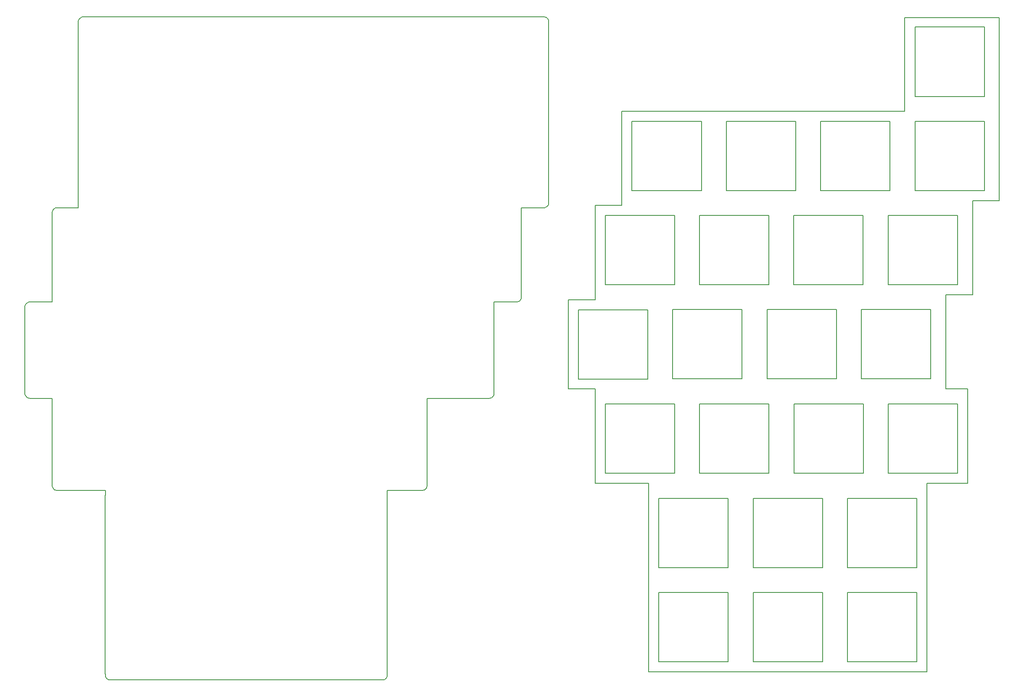
<source format=gbr>
G04 #@! TF.GenerationSoftware,KiCad,Pcbnew,5.1.2*
G04 #@! TF.CreationDate,2019-08-11T12:44:57+09:00*
G04 #@! TF.ProjectId,xenon-e_plate,78656e6f-6e2d-4655-9f70-6c6174652e6b,rev?*
G04 #@! TF.SameCoordinates,Original*
G04 #@! TF.FileFunction,Profile,NP*
%FSLAX46Y46*%
G04 Gerber Fmt 4.6, Leading zero omitted, Abs format (unit mm)*
G04 Created by KiCad (PCBNEW 5.1.2) date 2019-08-11 12:44:57*
%MOMM*%
%LPD*%
G04 APERTURE LIST*
%ADD10C,0.200000*%
G04 APERTURE END LIST*
D10*
X161864581Y-79774874D02*
X162048969Y-79758052D01*
X162048969Y-79758052D02*
X162206573Y-79715304D01*
X162206573Y-79715304D02*
X162345299Y-79652729D01*
X162345299Y-79652729D02*
X162467807Y-79573576D01*
X162467807Y-79573576D02*
X162574805Y-79480131D01*
X162574805Y-79480131D02*
X162668615Y-79370951D01*
X162668615Y-79370951D02*
X162747399Y-79246345D01*
X162747399Y-79246345D02*
X162808541Y-79106828D01*
X162808541Y-79106828D02*
X162849831Y-78947376D01*
X162849831Y-78947376D02*
X162864519Y-78774935D01*
X143864128Y-99197977D02*
X156364143Y-99197977D01*
X167364504Y-22275024D02*
X74682817Y-22275024D01*
X168364442Y-23775190D02*
X168364442Y-23274964D01*
X68364340Y-116775200D02*
X68381189Y-116959779D01*
X68381189Y-116959779D02*
X68423967Y-117117370D01*
X68423967Y-117117370D02*
X68487020Y-117256910D01*
X68487020Y-117256910D02*
X68566306Y-117379322D01*
X68566306Y-117379322D02*
X68660273Y-117486611D01*
X68660273Y-117486611D02*
X68769159Y-117579903D01*
X68769159Y-117579903D02*
X68894194Y-117658726D01*
X68894194Y-117658726D02*
X69033461Y-117719537D01*
X69033461Y-117719537D02*
X69193762Y-117760780D01*
X69193762Y-117760780D02*
X69364280Y-117775140D01*
X68364340Y-79774874D02*
X63864357Y-79774874D01*
X62864417Y-98198039D02*
X62881266Y-98382618D01*
X62881266Y-98382618D02*
X62924044Y-98540210D01*
X62924044Y-98540210D02*
X62987097Y-98679750D01*
X62987097Y-98679750D02*
X63066383Y-98802162D01*
X63066383Y-98802162D02*
X63160350Y-98909451D01*
X63160350Y-98909451D02*
X63269236Y-99002743D01*
X63269236Y-99002743D02*
X63394271Y-99081567D01*
X63394271Y-99081567D02*
X63533538Y-99142377D01*
X63533538Y-99142377D02*
X63693839Y-99183620D01*
X63693839Y-99183620D02*
X63864357Y-99197977D01*
X157364596Y-80774812D02*
X157364596Y-79774874D01*
X79064460Y-117775140D02*
X79064460Y-118734770D01*
X142864191Y-117775140D02*
X143048579Y-117758318D01*
X143048579Y-117758318D02*
X143206183Y-117715570D01*
X143206183Y-117715570D02*
X143344909Y-117652995D01*
X143344909Y-117652995D02*
X143467417Y-117573842D01*
X143467417Y-117573842D02*
X143574415Y-117480397D01*
X143574415Y-117480397D02*
X143668225Y-117371217D01*
X143668225Y-117371217D02*
X143747008Y-117246611D01*
X143747008Y-117246611D02*
X143808150Y-117107093D01*
X143808150Y-117107093D02*
X143849440Y-116947641D01*
X143849440Y-116947641D02*
X143864128Y-116775200D01*
X80061328Y-155982635D02*
X134865736Y-155982635D01*
X68364340Y-61774939D02*
X68364340Y-77274768D01*
X157364596Y-98198039D02*
X157364596Y-80774812D01*
X63864357Y-79774874D02*
X63679961Y-79791688D01*
X63679961Y-79791688D02*
X63522356Y-79834437D01*
X63522356Y-79834437D02*
X63383630Y-79897013D01*
X63383630Y-79897013D02*
X63261121Y-79976165D01*
X63261121Y-79976165D02*
X63149784Y-80074011D01*
X63149784Y-80074011D02*
X63057638Y-80182415D01*
X63057638Y-80182415D02*
X62980110Y-80306068D01*
X62980110Y-80306068D02*
X62919442Y-80445625D01*
X62919442Y-80445625D02*
X62878600Y-80605262D01*
X62878600Y-80605262D02*
X62864417Y-80774812D01*
X73625000Y-23287883D02*
X73625000Y-60775000D01*
X168364442Y-59775060D02*
X168364442Y-35274749D01*
X156364143Y-99197977D02*
X156548549Y-99181155D01*
X156548549Y-99181155D02*
X156706198Y-99138407D01*
X156706198Y-99138407D02*
X156844983Y-99075832D01*
X156844983Y-99075832D02*
X156967559Y-98996679D01*
X156967559Y-98996679D02*
X157074631Y-98903234D01*
X157074631Y-98903234D02*
X157168513Y-98794055D01*
X157168513Y-98794055D02*
X157246651Y-98670783D01*
X157246651Y-98670783D02*
X157308308Y-98530656D01*
X157308308Y-98530656D02*
X157349692Y-98371638D01*
X157349692Y-98371638D02*
X157364596Y-98198039D01*
X74682817Y-22275024D02*
X74499591Y-22293887D01*
X74499591Y-22293887D02*
X74446656Y-22305514D01*
X74446656Y-22305514D02*
X74286561Y-22348101D01*
X74286561Y-22348101D02*
X74148040Y-22409808D01*
X74148040Y-22409808D02*
X74025426Y-22488068D01*
X74025426Y-22488068D02*
X73916664Y-22582108D01*
X73916664Y-22582108D02*
X73823343Y-22689681D01*
X73823343Y-22689681D02*
X73744754Y-22812346D01*
X73744754Y-22812346D02*
X73682219Y-22952931D01*
X73682219Y-22952931D02*
X73640339Y-23111873D01*
X73640339Y-23111873D02*
X73625000Y-23287883D01*
X69364280Y-60775000D02*
X69179884Y-60791814D01*
X69179884Y-60791814D02*
X69022279Y-60834562D01*
X69022279Y-60834562D02*
X68883553Y-60897136D01*
X68883553Y-60897136D02*
X68761044Y-60976288D01*
X68761044Y-60976288D02*
X68649707Y-61074133D01*
X68649707Y-61074133D02*
X68557561Y-61182537D01*
X68557561Y-61182537D02*
X68480033Y-61306190D01*
X68480033Y-61306190D02*
X68419365Y-61445748D01*
X68419365Y-61445748D02*
X68378523Y-61605387D01*
X68378523Y-61605387D02*
X68364340Y-61774939D01*
X162864519Y-78774935D02*
X162864519Y-72275072D01*
X167364504Y-60775000D02*
X167548892Y-60758178D01*
X167548892Y-60758178D02*
X167706496Y-60715430D01*
X167706496Y-60715430D02*
X167845222Y-60652855D01*
X167845222Y-60652855D02*
X167967730Y-60573702D01*
X167967730Y-60573702D02*
X168074728Y-60480257D01*
X168074728Y-60480257D02*
X168168538Y-60371077D01*
X168168538Y-60371077D02*
X168247322Y-60246471D01*
X168247322Y-60246471D02*
X168308464Y-60106953D01*
X168308464Y-60106953D02*
X168349754Y-59947501D01*
X168349754Y-59947501D02*
X168364442Y-59775060D01*
X134865736Y-155982635D02*
X135050128Y-155965813D01*
X135050128Y-155965813D02*
X135207735Y-155923065D01*
X135207735Y-155923065D02*
X135346463Y-155860490D01*
X135346463Y-155860490D02*
X135468971Y-155781337D01*
X135468971Y-155781337D02*
X135575968Y-155687892D01*
X135575968Y-155687892D02*
X135669778Y-155578713D01*
X135669778Y-155578713D02*
X135748559Y-155454107D01*
X135748559Y-155454107D02*
X135809699Y-155314590D01*
X135809699Y-155314590D02*
X135850988Y-155155138D01*
X135850988Y-155155138D02*
X135865676Y-154982697D01*
X68364340Y-100274915D02*
X68364340Y-116775200D01*
X79061391Y-154982697D02*
X79078239Y-155167276D01*
X79078239Y-155167276D02*
X79121015Y-155324868D01*
X79121015Y-155324868D02*
X79184068Y-155464408D01*
X79184068Y-155464408D02*
X79263351Y-155586820D01*
X79263351Y-155586820D02*
X79357316Y-155694109D01*
X79357316Y-155694109D02*
X79466200Y-155787401D01*
X79466200Y-155787401D02*
X79591235Y-155866225D01*
X79591235Y-155866225D02*
X79730502Y-155927035D01*
X79730502Y-155927035D02*
X79890805Y-155968278D01*
X79890805Y-155968278D02*
X80061328Y-155982635D01*
X79060333Y-118775077D02*
X79060333Y-154774947D01*
X79060333Y-154774947D02*
X79061391Y-154785292D01*
X168364442Y-23274964D02*
X168347406Y-23089414D01*
X168347406Y-23089414D02*
X168304546Y-22932063D01*
X168304546Y-22932063D02*
X168240750Y-22791422D01*
X168240750Y-22791422D02*
X168161332Y-22669336D01*
X168161332Y-22669336D02*
X168067439Y-22562492D01*
X168067439Y-22562492D02*
X167958105Y-22469134D01*
X167958105Y-22469134D02*
X167833244Y-22390717D01*
X167833244Y-22390717D02*
X167689878Y-22328740D01*
X167689878Y-22328740D02*
X167527662Y-22288148D01*
X167527662Y-22288148D02*
X167364504Y-22275024D01*
X135864618Y-117775140D02*
X142864191Y-117775140D01*
X135865676Y-143773561D02*
X135864618Y-143763216D01*
X79061391Y-154785292D02*
X79061391Y-154982697D01*
X135864618Y-118775077D02*
X135864618Y-117775140D01*
X143864128Y-99775202D02*
X143864128Y-99197977D01*
X63864357Y-99197977D02*
X68364340Y-99197977D01*
X162864519Y-60775000D02*
X167364504Y-60775000D01*
X69364280Y-117775140D02*
X79064460Y-117775140D01*
X135864618Y-143763216D02*
X135864618Y-118775077D01*
X79064460Y-118734770D02*
X79060333Y-118775077D01*
X157364596Y-79774874D02*
X161864581Y-79774874D01*
X168364442Y-35274749D02*
X168364442Y-23775190D01*
X62864417Y-80774812D02*
X62864417Y-98198039D01*
X68364340Y-78774935D02*
X68364340Y-79774874D01*
X162864519Y-72275072D02*
X162864519Y-61774939D01*
X143864128Y-116775200D02*
X143864128Y-99775202D01*
X68364340Y-99197977D02*
X68364340Y-100274915D01*
X68364340Y-77274768D02*
X68364340Y-78774935D01*
X162864519Y-61774939D02*
X162864519Y-60775000D01*
X135865676Y-154982697D02*
X135865676Y-143773561D01*
X73625000Y-60775000D02*
X69364280Y-60775000D01*
X236779984Y-100294010D02*
X236779984Y-100294010D01*
X252782108Y-97247167D02*
X248380828Y-97247167D01*
X193347495Y-95215251D02*
X193347495Y-81245045D01*
X236779984Y-100294010D02*
X250750709Y-100294010D01*
X198765767Y-100295045D02*
X212736492Y-100295045D01*
X242539323Y-133314217D02*
X228568601Y-133314217D01*
X188521431Y-154360477D02*
X244570206Y-154360477D01*
X248380828Y-97247167D02*
X248377727Y-78323775D01*
X185134042Y-43315058D02*
X185134042Y-43315058D01*
X253799100Y-78280883D02*
X253775846Y-59348189D01*
X231784942Y-100295045D02*
X231784942Y-114265251D01*
X223148775Y-57283717D02*
X223148775Y-43315058D01*
X223148775Y-43315058D02*
X223148775Y-43315058D01*
X185134042Y-43315058D02*
X199188997Y-43315058D01*
X209602315Y-133314217D02*
X209602315Y-119344010D01*
X209602315Y-119344010D02*
X223573040Y-119344010D01*
X179800000Y-100295045D02*
X193770206Y-100295045D01*
X240023715Y-22437264D02*
X240023715Y-22437264D01*
X236780503Y-76250000D02*
X236780503Y-62279278D01*
X209602315Y-152279984D02*
X209602315Y-138309778D01*
X231784942Y-114265251D02*
X217814217Y-114265251D01*
X242198775Y-24265058D02*
X242198775Y-24265058D01*
X217814217Y-114265251D02*
X217814217Y-100295045D01*
X242198775Y-43315058D02*
X256169500Y-43315058D01*
X217814217Y-100295045D02*
X217814217Y-100295045D01*
X212734942Y-76250000D02*
X198764217Y-76250000D01*
X212736492Y-114265251D02*
X198765767Y-114265251D01*
X190552315Y-138309778D02*
X204523039Y-138309778D01*
X231361711Y-81245045D02*
X245332434Y-81245045D01*
X250750709Y-100294010D02*
X250750709Y-114264217D01*
X193347495Y-81245045D02*
X193347495Y-81245045D01*
X185134042Y-57283717D02*
X185134042Y-43315058D01*
X228568601Y-119344010D02*
X228568601Y-119344010D01*
X231701225Y-76250000D02*
X217730503Y-76250000D01*
X228567050Y-138309778D02*
X228567050Y-138309778D01*
X177768601Y-79298392D02*
X172296065Y-79298392D01*
X183101608Y-60248392D02*
X177768601Y-60248392D01*
X177768601Y-60248392D02*
X177768601Y-79298392D01*
X183101608Y-41282108D02*
X183101608Y-60248392D01*
X198764217Y-62279278D02*
X198764217Y-62279278D01*
X193347495Y-81245045D02*
X207318217Y-81245045D01*
X198765767Y-114265251D02*
X198765767Y-100295045D01*
X244570206Y-116297167D02*
X252782108Y-116297167D01*
X198764217Y-62279278D02*
X212734942Y-62279278D01*
X223573040Y-119344010D02*
X223573040Y-133314217D01*
X199188997Y-43315058D02*
X199188997Y-57283717D01*
X177768601Y-116297167D02*
X188521431Y-116297167D01*
X198765767Y-100295045D02*
X198765767Y-100295045D01*
X190552315Y-138309778D02*
X190552315Y-138309778D01*
X240023715Y-41282108D02*
X183101608Y-41282108D01*
X240023715Y-22437264D02*
X240023715Y-41282108D01*
X174381209Y-81329278D02*
X174381209Y-81329278D01*
X248377727Y-78323775D02*
X253799100Y-78280883D01*
X204523039Y-119344010D02*
X204523039Y-133314217D01*
X226368217Y-95215251D02*
X212397495Y-95215251D01*
X244570206Y-154360477D02*
X244570206Y-116297167D01*
X242198775Y-38319500D02*
X242198775Y-24265058D01*
X179800000Y-62279278D02*
X193770206Y-62279278D01*
X193770206Y-62279278D02*
X193770206Y-76250000D01*
X193770206Y-100295045D02*
X193770206Y-114265251D01*
X217730503Y-62279278D02*
X217730503Y-62279278D01*
X228567050Y-152279984D02*
X228567050Y-138309778D01*
X204184042Y-43315058D02*
X218154765Y-43315058D01*
X179800000Y-62279278D02*
X179800000Y-62279278D01*
X204184042Y-57283717D02*
X204184042Y-43315058D01*
X245332434Y-81245045D02*
X245332434Y-95215251D01*
X223148775Y-43315058D02*
X237119500Y-43315058D01*
X212734942Y-62279278D02*
X212734942Y-76250000D01*
X236779984Y-114264217D02*
X236779984Y-100294010D01*
X190552315Y-119344010D02*
X190552315Y-119344010D01*
X228568601Y-133314217D02*
X228568601Y-119344010D01*
X217730503Y-76250000D02*
X217730503Y-62279278D01*
X236780503Y-62279278D02*
X250751225Y-62279278D01*
X190552315Y-133314217D02*
X190552315Y-119344010D01*
X223573040Y-133314217D02*
X209602315Y-133314217D01*
X199188997Y-57283717D02*
X185134042Y-57283717D01*
X212397495Y-81245045D02*
X226368217Y-81245045D01*
X259132108Y-22437264D02*
X240023715Y-22437264D01*
X242539323Y-119344010D02*
X242539323Y-133314217D01*
X218154765Y-43315058D02*
X218154765Y-57283717D01*
X204523039Y-133314217D02*
X190552315Y-133314217D01*
X172296065Y-79298392D02*
X172296065Y-97247167D01*
X226368217Y-81245045D02*
X226368217Y-95215251D01*
X209602315Y-138309778D02*
X209602315Y-138309778D01*
X209602315Y-119344010D02*
X209602315Y-119344010D01*
X231361711Y-81245045D02*
X231361711Y-81245045D01*
X231361711Y-95215251D02*
X231361711Y-81245045D01*
X193770206Y-114265251D02*
X179800000Y-114265251D01*
X174381209Y-95300000D02*
X174381209Y-81329278D01*
X237119500Y-43315058D02*
X237119500Y-57283717D01*
X259132108Y-59316667D02*
X259132108Y-22437264D01*
X217814217Y-100295045D02*
X231784942Y-100295045D01*
X190552315Y-152279984D02*
X190552315Y-138309778D01*
X228567050Y-138309778D02*
X242537772Y-138309778D01*
X212397495Y-95215251D02*
X212397495Y-81245045D01*
X242198775Y-57283717D02*
X242198775Y-43315058D01*
X231701225Y-62279278D02*
X231701225Y-76250000D01*
X209602315Y-138309778D02*
X223573040Y-138309778D01*
X204523039Y-138309778D02*
X204523039Y-152279984D01*
X242537772Y-152279984D02*
X228567050Y-152279984D01*
X242537772Y-138309778D02*
X242537772Y-152279984D01*
X207318217Y-81245045D02*
X207318217Y-95215251D01*
X256169500Y-38319500D02*
X242198775Y-38319500D01*
X256169500Y-43315058D02*
X256169500Y-57283717D01*
X252782108Y-116297167D02*
X252782108Y-97247167D01*
X218154765Y-57283717D02*
X204184042Y-57283717D01*
X242198775Y-43315058D02*
X242198775Y-43315058D01*
X188351934Y-81329278D02*
X188351934Y-95300000D01*
X193770206Y-76250000D02*
X179800000Y-76250000D01*
X172296065Y-97247167D02*
X177768601Y-97247167D01*
X188351934Y-95300000D02*
X174381209Y-95300000D01*
X237119500Y-57283717D02*
X223148775Y-57283717D01*
X212736492Y-100295045D02*
X212736492Y-114265251D01*
X236780503Y-62279278D02*
X236780503Y-62279278D01*
X223573040Y-152279984D02*
X209602315Y-152279984D01*
X177768601Y-97247167D02*
X177768601Y-116297167D01*
X217730503Y-62279278D02*
X231701225Y-62279278D01*
X256169500Y-57283717D02*
X242198775Y-57283717D01*
X228568601Y-119344010D02*
X242539323Y-119344010D01*
X190552315Y-119344010D02*
X204523039Y-119344010D01*
X207318217Y-95215251D02*
X193347495Y-95215251D01*
X179800000Y-100295045D02*
X179800000Y-100295045D01*
X253775846Y-59348189D02*
X259132108Y-59316667D01*
X223573040Y-138309778D02*
X223573040Y-152279984D01*
X245332434Y-95215251D02*
X231361711Y-95215251D01*
X188521431Y-116297167D02*
X188521431Y-154360477D01*
X198764217Y-76250000D02*
X198764217Y-62279278D01*
X250751225Y-76250000D02*
X236780503Y-76250000D01*
X204523039Y-152279984D02*
X190552315Y-152279984D01*
X179800000Y-114265251D02*
X179800000Y-100295045D01*
X250751225Y-62279278D02*
X250751225Y-76250000D01*
X174381209Y-81329278D02*
X188351934Y-81329278D01*
X212397495Y-81245045D02*
X212397495Y-81245045D01*
X250750709Y-114264217D02*
X236779984Y-114264217D01*
X242198775Y-24265058D02*
X256169500Y-24265058D01*
X204184042Y-43315058D02*
X204184042Y-43315058D01*
X256169500Y-24265058D02*
X256169500Y-38319500D01*
X179800000Y-76250000D02*
X179800000Y-62279278D01*
M02*

</source>
